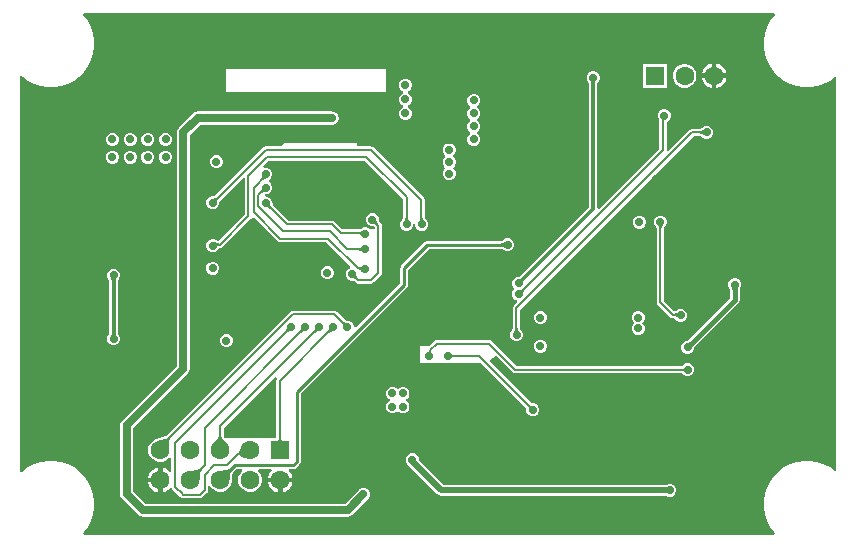
<source format=gbl>
G04*
G04 #@! TF.GenerationSoftware,Altium Limited,Altium Designer,25.4.2 (15)*
G04*
G04 Layer_Physical_Order=4*
G04 Layer_Color=16711680*
%FSLAX44Y44*%
%MOMM*%
G71*
G04*
G04 #@! TF.SameCoordinates,49B81D0F-A9A4-424D-AE8F-31BE1D99DEBE*
G04*
G04*
G04 #@! TF.FilePolarity,Positive*
G04*
G01*
G75*
%ADD11C,0.2000*%
%ADD12C,0.2500*%
%ADD13C,0.4000*%
%ADD15C,0.5000*%
%ADD78C,0.3000*%
%ADD80C,0.7000*%
%ADD91C,1.6000*%
%ADD92R,1.6000X1.6000*%
%ADD93C,0.7000*%
G36*
X642917Y444536D02*
X642159Y443778D01*
X638782Y439130D01*
X636174Y434011D01*
X634399Y428547D01*
X633500Y422873D01*
Y417127D01*
X634399Y411453D01*
X636174Y405989D01*
X638782Y400870D01*
X642159Y396222D01*
X646222Y392159D01*
X650870Y388782D01*
X655989Y386174D01*
X661453Y384399D01*
X667127Y383500D01*
X672873D01*
X678547Y384399D01*
X684011Y386174D01*
X689130Y388782D01*
X693500Y391957D01*
X695000Y391501D01*
Y58499D01*
X693500Y58043D01*
X689130Y61218D01*
X684011Y63826D01*
X678547Y65601D01*
X672873Y66500D01*
X667127D01*
X661453Y65601D01*
X655989Y63826D01*
X650870Y61218D01*
X646222Y57841D01*
X642159Y53778D01*
X638782Y49130D01*
X636174Y44011D01*
X634399Y38547D01*
X633500Y32873D01*
Y27127D01*
X634399Y21453D01*
X636174Y15989D01*
X638782Y10870D01*
X642159Y6222D01*
X642917Y5464D01*
X642343Y4078D01*
X57657Y4078D01*
X57083Y5464D01*
X57841Y6222D01*
X61218Y10870D01*
X63826Y15989D01*
X65601Y21453D01*
X66500Y27127D01*
Y32873D01*
X65601Y38547D01*
X63826Y44011D01*
X61218Y49130D01*
X57841Y53778D01*
X53778Y57841D01*
X49130Y61218D01*
X44011Y63826D01*
X38547Y65601D01*
X32873Y66500D01*
X27127D01*
X21453Y65601D01*
X15989Y63826D01*
X10870Y61218D01*
X6222Y57841D01*
X5464Y57083D01*
X4078Y57657D01*
X4078Y392343D01*
X5464Y392917D01*
X6222Y392159D01*
X10870Y388782D01*
X15989Y386174D01*
X21453Y384399D01*
X27127Y383500D01*
X32873D01*
X38547Y384399D01*
X44011Y386174D01*
X49130Y388782D01*
X53778Y392159D01*
X57841Y396222D01*
X61218Y400870D01*
X63826Y405989D01*
X65601Y411453D01*
X66500Y417127D01*
Y422873D01*
X65601Y428547D01*
X63826Y434011D01*
X61218Y439130D01*
X57841Y443778D01*
X57083Y444536D01*
X57657Y445922D01*
X642343D01*
X642917Y444536D01*
D02*
G37*
%LPC*%
G36*
X593386Y403125D02*
Y394790D01*
X601720D01*
X601170Y396843D01*
X599788Y399237D01*
X597833Y401192D01*
X595439Y402575D01*
X593386Y403125D01*
D02*
G37*
G36*
X589386D02*
X587333Y402575D01*
X584939Y401192D01*
X582984Y399237D01*
X581601Y396843D01*
X581051Y394790D01*
X589386D01*
Y403125D01*
D02*
G37*
G36*
X567702Y402790D02*
X565069D01*
X562526Y402108D01*
X560246Y400792D01*
X558384Y398930D01*
X557067Y396650D01*
X556386Y394107D01*
Y391474D01*
X557067Y388930D01*
X558384Y386650D01*
X560246Y384788D01*
X562526Y383471D01*
X565069Y382790D01*
X567702D01*
X570246Y383471D01*
X572526Y384788D01*
X574388Y386650D01*
X575704Y388930D01*
X576386Y391474D01*
Y394107D01*
X575704Y396650D01*
X574388Y398930D01*
X572526Y400792D01*
X570246Y402108D01*
X567702Y402790D01*
D02*
G37*
G36*
X551386D02*
X531386D01*
Y382790D01*
X551386D01*
Y402790D01*
D02*
G37*
G36*
X601720Y390790D02*
X593386D01*
Y382456D01*
X595439Y383006D01*
X597833Y384388D01*
X599788Y386343D01*
X601170Y388737D01*
X601720Y390790D01*
D02*
G37*
G36*
X589386D02*
X581051D01*
X581601Y388737D01*
X582984Y386343D01*
X584939Y384388D01*
X587333Y383006D01*
X589386Y382456D01*
Y390790D01*
D02*
G37*
G36*
X313500Y398500D02*
X178500D01*
Y379000D01*
X313500D01*
Y398500D01*
D02*
G37*
G36*
X331094Y390500D02*
X328906D01*
X326884Y389663D01*
X325337Y388116D01*
X324500Y386094D01*
Y383906D01*
X325337Y381884D01*
X326884Y380337D01*
X328153Y379812D01*
Y378188D01*
X326884Y377663D01*
X325337Y376115D01*
X324500Y374094D01*
Y371906D01*
X325337Y369884D01*
X326884Y368337D01*
X328153Y367812D01*
Y366188D01*
X326884Y365663D01*
X325337Y364115D01*
X324500Y362094D01*
Y359906D01*
X325337Y357884D01*
X326884Y356337D01*
X328906Y355500D01*
X331094D01*
X333116Y356337D01*
X334663Y357884D01*
X335500Y359906D01*
Y362094D01*
X334663Y364115D01*
X333116Y365663D01*
X331847Y366188D01*
Y367812D01*
X333116Y368337D01*
X334663Y369884D01*
X335500Y371906D01*
Y374094D01*
X334663Y376115D01*
X333116Y377663D01*
X331847Y378188D01*
Y379812D01*
X333116Y380337D01*
X334663Y381884D01*
X335500Y383906D01*
Y386094D01*
X334663Y388116D01*
X333116Y389663D01*
X331094Y390500D01*
D02*
G37*
G36*
X490094Y396500D02*
X487906D01*
X485885Y395663D01*
X484337Y394115D01*
X483500Y392094D01*
Y389906D01*
X484337Y387884D01*
X485431Y386790D01*
Y281478D01*
X426453Y222500D01*
X424906D01*
X422884Y221663D01*
X421337Y220116D01*
X420500Y218094D01*
Y215906D01*
X421337Y213885D01*
X422722Y212500D01*
X421337Y211115D01*
X420500Y209094D01*
Y206906D01*
X421337Y204884D01*
X422884Y203337D01*
X424303Y202750D01*
X424788Y201114D01*
X421837Y198163D01*
X421174Y197171D01*
X420941Y196000D01*
X420941Y196000D01*
Y178692D01*
X420937Y178660D01*
X420907Y178532D01*
X420862Y178391D01*
X420798Y178236D01*
X420712Y178066D01*
X420601Y177881D01*
X420464Y177683D01*
X420298Y177471D01*
X420070Y177209D01*
X420010Y177104D01*
X419520Y176616D01*
X418683Y174594D01*
Y172406D01*
X419520Y170385D01*
X421068Y168837D01*
X423089Y168000D01*
X425277D01*
X427299Y168837D01*
X428846Y170385D01*
X429683Y172406D01*
Y174594D01*
X428846Y176616D01*
X428005Y177456D01*
X427893Y177612D01*
X427657Y177834D01*
X427496Y178006D01*
X427365Y178166D01*
X427263Y178313D01*
X427186Y178447D01*
X427129Y178569D01*
X427089Y178681D01*
X427063Y178788D01*
X427059Y178813D01*
Y194733D01*
X574267Y341941D01*
X579742D01*
X579770Y341937D01*
X579888Y341909D01*
X580015Y341866D01*
X580153Y341805D01*
X580305Y341722D01*
X580471Y341615D01*
X580651Y341480D01*
X580842Y341317D01*
X581084Y341083D01*
X581238Y340984D01*
X581884Y340337D01*
X583906Y339500D01*
X586094D01*
X588116Y340337D01*
X589663Y341884D01*
X590500Y343906D01*
Y346094D01*
X589663Y348116D01*
X588116Y349663D01*
X586094Y350500D01*
X583906D01*
X581884Y349663D01*
X581237Y349016D01*
X581084Y348917D01*
X580842Y348683D01*
X580651Y348520D01*
X580471Y348385D01*
X580305Y348278D01*
X580153Y348195D01*
X580015Y348134D01*
X579888Y348091D01*
X579770Y348063D01*
X579742Y348059D01*
X573000D01*
X573000Y348059D01*
X571829Y347826D01*
X570837Y347163D01*
X570837Y347163D01*
X552541Y328867D01*
X551158Y329605D01*
X551233Y329982D01*
X551233Y329982D01*
Y353972D01*
X552116Y354337D01*
X553663Y355885D01*
X554500Y357906D01*
Y360094D01*
X553663Y362116D01*
X552116Y363663D01*
X550094Y364500D01*
X547906D01*
X545885Y363663D01*
X544337Y362116D01*
X543500Y360094D01*
Y357906D01*
X544337Y355885D01*
X545116Y355106D01*
Y331249D01*
X494069Y280202D01*
X492569Y280823D01*
Y386790D01*
X493663Y387884D01*
X494500Y389906D01*
Y392094D01*
X493663Y394115D01*
X492116Y395663D01*
X490094Y396500D01*
D02*
G37*
G36*
X389094Y377500D02*
X386906D01*
X384884Y376663D01*
X383337Y375116D01*
X382500Y373094D01*
Y370906D01*
X383337Y368885D01*
X384884Y367337D01*
X384946Y367312D01*
Y365688D01*
X384884Y365663D01*
X383337Y364115D01*
X382500Y362094D01*
Y359906D01*
X383337Y357884D01*
X384884Y356337D01*
X384946Y356312D01*
Y354688D01*
X384884Y354663D01*
X383337Y353116D01*
X382500Y351094D01*
Y348906D01*
X383337Y346884D01*
X384884Y345337D01*
X384946Y345312D01*
Y343688D01*
X384884Y343663D01*
X383337Y342116D01*
X382500Y340094D01*
Y337906D01*
X383337Y335885D01*
X384884Y334337D01*
X386906Y333500D01*
X389094D01*
X391115Y334337D01*
X392663Y335885D01*
X393500Y337906D01*
Y340094D01*
X392663Y342116D01*
X391115Y343663D01*
X391054Y343688D01*
Y345312D01*
X391115Y345337D01*
X392663Y346884D01*
X393500Y348906D01*
Y351094D01*
X392663Y353116D01*
X391115Y354663D01*
X391054Y354688D01*
Y356312D01*
X391115Y356337D01*
X392663Y357884D01*
X393500Y359906D01*
Y362094D01*
X392663Y364115D01*
X391115Y365663D01*
X391054Y365688D01*
Y367312D01*
X391115Y367337D01*
X392663Y368885D01*
X393500Y370906D01*
Y373094D01*
X392663Y375116D01*
X391115Y376663D01*
X389094Y377500D01*
D02*
G37*
G36*
X128094Y344500D02*
X125906D01*
X123884Y343663D01*
X122337Y342116D01*
X121500Y340094D01*
Y337906D01*
X122337Y335885D01*
X123884Y334337D01*
X125906Y333500D01*
X128094D01*
X130115Y334337D01*
X131663Y335885D01*
X132500Y337906D01*
Y340094D01*
X131663Y342116D01*
X130115Y343663D01*
X128094Y344500D01*
D02*
G37*
G36*
X113094D02*
X110906D01*
X108884Y343663D01*
X107337Y342116D01*
X106500Y340094D01*
Y337906D01*
X107337Y335885D01*
X108884Y334337D01*
X110906Y333500D01*
X113094D01*
X115115Y334337D01*
X116663Y335885D01*
X117500Y337906D01*
Y340094D01*
X116663Y342116D01*
X115115Y343663D01*
X113094Y344500D01*
D02*
G37*
G36*
X98094D02*
X95906D01*
X93884Y343663D01*
X92337Y342116D01*
X91500Y340094D01*
Y337906D01*
X92337Y335885D01*
X93884Y334337D01*
X95906Y333500D01*
X98094D01*
X100115Y334337D01*
X101663Y335885D01*
X102500Y337906D01*
Y340094D01*
X101663Y342116D01*
X100115Y343663D01*
X98094Y344500D01*
D02*
G37*
G36*
X83094D02*
X80906D01*
X78885Y343663D01*
X77337Y342116D01*
X76500Y340094D01*
Y337906D01*
X77337Y335885D01*
X78885Y334337D01*
X80906Y333500D01*
X83094D01*
X85115Y334337D01*
X86663Y335885D01*
X87500Y337906D01*
Y340094D01*
X86663Y342116D01*
X85115Y343663D01*
X83094Y344500D01*
D02*
G37*
G36*
X289000Y336000D02*
X228267Y335941D01*
X227941D01*
X225059Y333059D01*
X211636D01*
X211636Y333059D01*
X210466Y332826D01*
X209473Y332163D01*
X168556Y291245D01*
X168532Y291227D01*
X168429Y291165D01*
X168309Y291105D01*
X168168Y291050D01*
X168002Y291001D01*
X167809Y290960D01*
X167587Y290928D01*
X167336Y290909D01*
X166999Y290903D01*
X166821Y290864D01*
X165906D01*
X163885Y290027D01*
X162337Y288479D01*
X161500Y286458D01*
Y284270D01*
X162337Y282248D01*
X163885Y280701D01*
X165906Y279864D01*
X168094D01*
X170116Y280701D01*
X171663Y282248D01*
X172500Y284270D01*
Y285185D01*
X172539Y285363D01*
X172545Y285700D01*
X172564Y285951D01*
X172596Y286173D01*
X172637Y286366D01*
X172687Y286532D01*
X172741Y286673D01*
X172801Y286793D01*
X172864Y286896D01*
X172881Y286919D01*
X192555Y306594D01*
X193941Y306020D01*
Y275267D01*
X171698Y253024D01*
X171584Y253045D01*
X171115Y253173D01*
X170940Y253236D01*
X170202Y253576D01*
X170116Y253663D01*
X168094Y254500D01*
X165906D01*
X163885Y253663D01*
X162337Y252115D01*
X161500Y250094D01*
Y247906D01*
X162337Y245884D01*
X163885Y244337D01*
X165906Y243500D01*
X168094D01*
X170116Y244337D01*
X171663Y245884D01*
X171832Y246293D01*
X171964Y246515D01*
X172055Y246640D01*
X172135Y246731D01*
X172201Y246792D01*
X172256Y246832D01*
X172304Y246859D01*
X172353Y246880D01*
X172413Y246897D01*
X172422Y246898D01*
X172957D01*
X172957Y246898D01*
X174127Y247131D01*
X175120Y247794D01*
X199163Y271837D01*
X199163Y271837D01*
X199785Y272768D01*
X199844Y272834D01*
X201437Y273238D01*
X221837Y252837D01*
X221837Y252837D01*
X222829Y252174D01*
X224000Y251941D01*
X224000Y251941D01*
X262925D01*
X283084Y231783D01*
X282732Y230014D01*
X281884Y229663D01*
X280337Y228116D01*
X279500Y226094D01*
Y223906D01*
X280337Y221884D01*
X281884Y220337D01*
X283906Y219500D01*
X284821D01*
X284999Y219461D01*
X285336Y219455D01*
X285587Y219436D01*
X285809Y219404D01*
X286002Y219363D01*
X286168Y219313D01*
X286309Y219259D01*
X286429Y219199D01*
X286532Y219136D01*
X286556Y219119D01*
X287837Y217837D01*
X287837Y217837D01*
X288829Y217174D01*
X290000Y216941D01*
X300882D01*
X300882Y216941D01*
X302053Y217174D01*
X303045Y217837D01*
X309163Y223955D01*
X309163Y223955D01*
X309826Y224947D01*
X310059Y226117D01*
X310059Y226118D01*
Y266000D01*
X310059Y266000D01*
X309826Y267171D01*
X309163Y268163D01*
X307881Y269445D01*
X307864Y269468D01*
X307801Y269571D01*
X307741Y269691D01*
X307687Y269832D01*
X307637Y269998D01*
X307596Y270191D01*
X307564Y270413D01*
X307545Y270664D01*
X307539Y271001D01*
X307500Y271179D01*
Y272094D01*
X306663Y274116D01*
X305116Y275663D01*
X303094Y276500D01*
X300906D01*
X298885Y275663D01*
X297337Y274116D01*
X296500Y272094D01*
Y269906D01*
X297337Y267885D01*
X298885Y266337D01*
X300906Y265500D01*
X301821D01*
X301999Y265461D01*
X302336Y265455D01*
X302587Y265436D01*
X302809Y265404D01*
X303002Y265363D01*
X303168Y265313D01*
X303309Y265259D01*
X303429Y265199D01*
X303532Y265136D01*
X303556Y265119D01*
X303941Y264733D01*
Y263000D01*
X299778D01*
X299116Y263663D01*
X297094Y264500D01*
X294906D01*
X292885Y263663D01*
X292711Y263489D01*
X292506Y263376D01*
X291949Y263115D01*
X291742Y263035D01*
X291633Y263000D01*
X276865D01*
X276749Y262884D01*
X270471Y269163D01*
X269478Y269826D01*
X268308Y270059D01*
X268307Y270059D01*
X231267D01*
X217881Y283444D01*
X217864Y283468D01*
X217801Y283571D01*
X217741Y283691D01*
X217687Y283832D01*
X217637Y283998D01*
X217596Y284191D01*
X217564Y284413D01*
X217545Y284664D01*
X217539Y285001D01*
X217500Y285179D01*
Y286094D01*
X216663Y288116D01*
X215116Y289663D01*
X213094Y290500D01*
X211944D01*
X211697Y290654D01*
X211593Y290742D01*
X211564Y290775D01*
X211111Y292000D01*
X211413Y292436D01*
X211664Y292455D01*
X212001Y292461D01*
X212179Y292500D01*
X213094D01*
X215116Y293337D01*
X216663Y294884D01*
X217500Y296906D01*
Y299094D01*
X216663Y301115D01*
X215116Y302663D01*
X214359Y302976D01*
Y304599D01*
X215116Y304913D01*
X216663Y306460D01*
X217500Y308481D01*
Y310669D01*
X216663Y312691D01*
X215116Y314238D01*
X213094Y315075D01*
X210906D01*
X210251Y314804D01*
X209402Y316076D01*
X214267Y320941D01*
X295733D01*
X327941Y288733D01*
Y272258D01*
X327937Y272230D01*
X327909Y272112D01*
X327866Y271985D01*
X327805Y271847D01*
X327722Y271695D01*
X327615Y271529D01*
X327481Y271349D01*
X327317Y271158D01*
X327083Y270916D01*
X326984Y270762D01*
X326337Y270116D01*
X325500Y268094D01*
Y265906D01*
X326337Y263885D01*
X327884Y262337D01*
X329906Y261500D01*
X332094D01*
X334115Y262337D01*
X335663Y263885D01*
X336500Y265906D01*
Y267000D01*
X338500D01*
Y265906D01*
X339337Y263885D01*
X340885Y262337D01*
X342906Y261500D01*
X345094D01*
X347116Y262337D01*
X348663Y263885D01*
X349500Y265906D01*
Y268094D01*
X348663Y270116D01*
X347116Y271663D01*
X346971Y271723D01*
X346938Y271752D01*
X346820Y271879D01*
X346730Y271993D01*
X346665Y272096D01*
X346618Y272188D01*
X346585Y272275D01*
X346562Y272362D01*
X346559Y272381D01*
Y287500D01*
X346559Y287500D01*
X346326Y288671D01*
X345663Y289663D01*
X345663Y289663D01*
X303163Y332163D01*
X302171Y332826D01*
X301000Y333059D01*
X301000Y333059D01*
X289000D01*
Y336000D01*
D02*
G37*
G36*
X128094Y329500D02*
X125906D01*
X123884Y328663D01*
X122337Y327116D01*
X121500Y325094D01*
Y322906D01*
X122337Y320885D01*
X123884Y319337D01*
X125906Y318500D01*
X128094D01*
X130115Y319337D01*
X131663Y320885D01*
X132500Y322906D01*
Y325094D01*
X131663Y327116D01*
X130115Y328663D01*
X128094Y329500D01*
D02*
G37*
G36*
X113094D02*
X110906D01*
X108884Y328663D01*
X107337Y327116D01*
X106500Y325094D01*
Y322906D01*
X107337Y320885D01*
X108884Y319337D01*
X110906Y318500D01*
X113094D01*
X115115Y319337D01*
X116663Y320885D01*
X117500Y322906D01*
Y325094D01*
X116663Y327116D01*
X115115Y328663D01*
X113094Y329500D01*
D02*
G37*
G36*
X98094D02*
X95906D01*
X93884Y328663D01*
X92337Y327116D01*
X91500Y325094D01*
Y322906D01*
X92337Y320885D01*
X93884Y319337D01*
X95906Y318500D01*
X98094D01*
X100115Y319337D01*
X101663Y320885D01*
X102500Y322906D01*
Y325094D01*
X101663Y327116D01*
X100115Y328663D01*
X98094Y329500D01*
D02*
G37*
G36*
X83094D02*
X80906D01*
X78885Y328663D01*
X77337Y327116D01*
X76500Y325094D01*
Y322906D01*
X77337Y320885D01*
X78885Y319337D01*
X80906Y318500D01*
X83094D01*
X85115Y319337D01*
X86663Y320885D01*
X87500Y322906D01*
Y325094D01*
X86663Y327116D01*
X85115Y328663D01*
X83094Y329500D01*
D02*
G37*
G36*
X171094Y325500D02*
X168906D01*
X166884Y324663D01*
X165337Y323116D01*
X164500Y321094D01*
Y318906D01*
X165337Y316884D01*
X166884Y315337D01*
X168906Y314500D01*
X171094D01*
X173116Y315337D01*
X174663Y316884D01*
X175500Y318906D01*
Y321094D01*
X174663Y323116D01*
X173116Y324663D01*
X171094Y325500D01*
D02*
G37*
G36*
X368094Y335500D02*
X365906D01*
X363885Y334663D01*
X362337Y333116D01*
X361500Y331094D01*
Y328906D01*
X362337Y326884D01*
X363390Y325832D01*
X363723Y324875D01*
X363390Y323918D01*
X362337Y322865D01*
X361500Y320844D01*
Y318656D01*
X362337Y316635D01*
X363117Y315855D01*
X363748Y314875D01*
X363117Y313895D01*
X362337Y313116D01*
X361500Y311094D01*
Y308906D01*
X362337Y306884D01*
X363885Y305337D01*
X365906Y304500D01*
X368094D01*
X370116Y305337D01*
X371663Y306884D01*
X372500Y308906D01*
Y311094D01*
X371663Y313116D01*
X370883Y313895D01*
X370252Y314875D01*
X370883Y315855D01*
X371663Y316635D01*
X372500Y318656D01*
Y320844D01*
X371663Y322865D01*
X370610Y323918D01*
X370277Y324875D01*
X370610Y325832D01*
X371663Y326884D01*
X372500Y328906D01*
Y331094D01*
X371663Y333116D01*
X370116Y334663D01*
X368094Y335500D01*
D02*
G37*
G36*
X529094Y274500D02*
X526906D01*
X524884Y273663D01*
X523337Y272115D01*
X522500Y270094D01*
Y267906D01*
X523337Y265884D01*
X524884Y264337D01*
X526906Y263500D01*
X529094D01*
X531115Y264337D01*
X532663Y265884D01*
X533500Y267906D01*
Y270094D01*
X532663Y272115D01*
X531115Y273663D01*
X529094Y274500D01*
D02*
G37*
G36*
X417750Y255156D02*
X415562D01*
X413540Y254318D01*
X412900Y253678D01*
X412753Y253585D01*
X412569Y253411D01*
X412441Y253307D01*
X412315Y253220D01*
X412190Y253148D01*
X412063Y253089D01*
X411931Y253040D01*
X411790Y253001D01*
X411638Y252971D01*
X411619Y252969D01*
X348656D01*
X347388Y252717D01*
X346312Y251999D01*
X326657Y232343D01*
X325939Y231268D01*
X325686Y230000D01*
Y217373D01*
X288000Y179686D01*
X286500Y180308D01*
Y181094D01*
X285663Y183116D01*
X284116Y184663D01*
X282094Y185500D01*
X281179D01*
X281001Y185539D01*
X280664Y185545D01*
X280413Y185564D01*
X280191Y185596D01*
X279998Y185637D01*
X279832Y185687D01*
X279691Y185741D01*
X279571Y185801D01*
X279468Y185864D01*
X279445Y185881D01*
X272163Y193163D01*
X271171Y193826D01*
X270000Y194059D01*
X270000Y194059D01*
X234808D01*
X233637Y193826D01*
X232645Y193163D01*
X232645Y193163D01*
X127568Y88086D01*
X127350Y87952D01*
X126943Y87751D01*
X126440Y87542D01*
X121502Y86097D01*
X120184Y85792D01*
X120181Y85790D01*
X120178Y85790D01*
X120003Y85710D01*
X118540Y85318D01*
X116260Y84002D01*
X114398Y82140D01*
X113082Y79860D01*
X112400Y77316D01*
Y74683D01*
X113082Y72140D01*
X114398Y69860D01*
X116260Y67998D01*
X118540Y66681D01*
X121083Y66000D01*
X123716D01*
X126260Y66681D01*
X128540Y67998D01*
X130402Y69860D01*
X130441Y69928D01*
X131941Y69526D01*
Y57918D01*
X130441Y57408D01*
X128847Y59002D01*
X126453Y60384D01*
X124400Y60935D01*
Y50600D01*
Y40265D01*
X126453Y40816D01*
X128847Y42198D01*
X130617Y43968D01*
X131662Y43881D01*
X132267Y43690D01*
X132837Y42837D01*
X132837Y42837D01*
X139186Y36488D01*
X139772Y35902D01*
X139772Y35902D01*
X140765Y35239D01*
X141935Y35006D01*
X156065D01*
X156065Y35006D01*
X157235Y35239D01*
X158228Y35902D01*
X162163Y39837D01*
X162163Y39837D01*
X162826Y40830D01*
X163059Y42000D01*
X163059Y42000D01*
Y45165D01*
X164559Y45567D01*
X165198Y44460D01*
X167060Y42598D01*
X169340Y41281D01*
X171884Y40600D01*
X174517D01*
X177060Y41281D01*
X179340Y42598D01*
X181202Y44460D01*
X182519Y46740D01*
X183200Y49283D01*
Y50673D01*
X183235Y50864D01*
X183222Y51970D01*
X183314Y53919D01*
X183410Y54702D01*
X183541Y55408D01*
X183699Y56008D01*
X183875Y56503D01*
X184061Y56891D01*
X184243Y57178D01*
X184262Y57200D01*
X186748Y59686D01*
X191457D01*
X192044Y58186D01*
X190598Y56740D01*
X189282Y54460D01*
X188600Y51916D01*
Y49283D01*
X189282Y46740D01*
X190598Y44460D01*
X192460Y42598D01*
X194740Y41281D01*
X197283Y40600D01*
X199916D01*
X202460Y41281D01*
X204740Y42598D01*
X206602Y44460D01*
X207918Y46740D01*
X208600Y49283D01*
Y51916D01*
X207918Y54460D01*
X206602Y56740D01*
X205156Y58186D01*
X205744Y59686D01*
X216116D01*
X216737Y58186D01*
X215598Y57047D01*
X214216Y54653D01*
X213666Y52600D01*
X234335D01*
X233784Y54653D01*
X232402Y57047D01*
X231263Y58186D01*
X231884Y59686D01*
X235000D01*
X236268Y59939D01*
X237343Y60657D01*
X240343Y63657D01*
X241061Y64732D01*
X241314Y66000D01*
Y123628D01*
X331343Y213657D01*
X332061Y214732D01*
X332314Y216000D01*
Y228627D01*
X350028Y246342D01*
X411619D01*
X411638Y246340D01*
X411790Y246311D01*
X411931Y246271D01*
X412063Y246223D01*
X412190Y246163D01*
X412315Y246091D01*
X412441Y246005D01*
X412569Y245901D01*
X412753Y245726D01*
X412900Y245634D01*
X413540Y244993D01*
X415562Y244156D01*
X417750D01*
X419771Y244993D01*
X421318Y246540D01*
X422156Y248562D01*
Y250750D01*
X421318Y252771D01*
X419771Y254318D01*
X417750Y255156D01*
D02*
G37*
G36*
X168094Y235500D02*
X165906D01*
X163885Y234663D01*
X162337Y233116D01*
X161500Y231094D01*
Y228906D01*
X162337Y226884D01*
X163885Y225337D01*
X165906Y224500D01*
X168094D01*
X170116Y225337D01*
X171663Y226884D01*
X172500Y228906D01*
Y231094D01*
X171663Y233116D01*
X170116Y234663D01*
X168094Y235500D01*
D02*
G37*
G36*
X265094Y231500D02*
X262906D01*
X260884Y230663D01*
X259337Y229116D01*
X258500Y227094D01*
Y224906D01*
X259337Y222885D01*
X260884Y221337D01*
X262906Y220500D01*
X265094D01*
X267115Y221337D01*
X268663Y222885D01*
X269500Y224906D01*
Y227094D01*
X268663Y229116D01*
X267115Y230663D01*
X265094Y231500D01*
D02*
G37*
G36*
X547094Y274500D02*
X544906D01*
X542884Y273663D01*
X541337Y272115D01*
X540500Y270094D01*
Y267906D01*
X541337Y265884D01*
X541984Y265238D01*
X542083Y265084D01*
X542317Y264842D01*
X542480Y264651D01*
X542615Y264471D01*
X542722Y264305D01*
X542805Y264153D01*
X542866Y264015D01*
X542909Y263888D01*
X542937Y263770D01*
X542941Y263741D01*
Y201000D01*
X542941Y201000D01*
X543174Y199829D01*
X543837Y198837D01*
X554337Y188337D01*
X554337Y188337D01*
X555329Y187674D01*
X556500Y187441D01*
X557619D01*
X557637Y187438D01*
X557725Y187415D01*
X557812Y187382D01*
X557904Y187335D01*
X558007Y187270D01*
X558121Y187180D01*
X558247Y187062D01*
X558277Y187029D01*
X558337Y186884D01*
X559884Y185337D01*
X561906Y184500D01*
X564094D01*
X566115Y185337D01*
X567663Y186884D01*
X568500Y188906D01*
Y191094D01*
X567663Y193116D01*
X566115Y194663D01*
X564094Y195500D01*
X561906D01*
X559884Y194663D01*
X559600Y194378D01*
X559110Y194037D01*
X558898Y193911D01*
X558681Y193799D01*
X558482Y193710D01*
X558300Y193642D01*
X558135Y193594D01*
X557988Y193563D01*
X557953Y193559D01*
X557767D01*
X549059Y202267D01*
Y263741D01*
X549063Y263770D01*
X549091Y263888D01*
X549134Y264015D01*
X549195Y264153D01*
X549278Y264305D01*
X549385Y264471D01*
X549520Y264651D01*
X549683Y264842D01*
X549917Y265084D01*
X550016Y265238D01*
X550663Y265884D01*
X551500Y267906D01*
Y270094D01*
X550663Y272115D01*
X549115Y273663D01*
X547094Y274500D01*
D02*
G37*
G36*
X445277Y193500D02*
X443089D01*
X441068Y192663D01*
X439521Y191115D01*
X438683Y189094D01*
Y186906D01*
X439521Y184884D01*
X441068Y183337D01*
X443089Y182500D01*
X445277D01*
X447299Y183337D01*
X448846Y184884D01*
X449683Y186906D01*
Y189094D01*
X448846Y191115D01*
X447299Y192663D01*
X445277Y193500D01*
D02*
G37*
G36*
X528094D02*
X525906D01*
X523885Y192663D01*
X522337Y191115D01*
X521500Y189094D01*
Y186906D01*
X522337Y184884D01*
X523722Y183500D01*
X522337Y182115D01*
X521500Y180094D01*
Y177906D01*
X522337Y175884D01*
X523885Y174337D01*
X525906Y173500D01*
X528094D01*
X530116Y174337D01*
X531663Y175884D01*
X532500Y177906D01*
Y180094D01*
X531663Y182115D01*
X530278Y183500D01*
X531663Y184884D01*
X532500Y186906D01*
Y189094D01*
X531663Y191115D01*
X530116Y192663D01*
X528094Y193500D01*
D02*
G37*
G36*
X401000Y169059D02*
X401000Y169059D01*
X356674D01*
X356674Y169059D01*
X355504Y168826D01*
X354511Y168163D01*
X350349Y164000D01*
X342000D01*
Y156000D01*
Y150000D01*
X393674D01*
X432523Y111151D01*
X432500Y111094D01*
Y108906D01*
X433337Y106884D01*
X434884Y105337D01*
X436906Y104500D01*
X439094D01*
X441115Y105337D01*
X442663Y106884D01*
X443500Y108906D01*
Y111094D01*
X442663Y113116D01*
X441115Y114663D01*
X439094Y115500D01*
X436906D01*
X436849Y115477D01*
X401763Y150563D01*
X401861Y152060D01*
X406816Y155859D01*
X420837Y141837D01*
X420837Y141837D01*
X421829Y141174D01*
X423000Y140941D01*
X423000Y140941D01*
X564314D01*
X564337Y140885D01*
X565885Y139337D01*
X567906Y138500D01*
X570094D01*
X572116Y139337D01*
X573663Y140885D01*
X574500Y142906D01*
Y145094D01*
X573663Y147115D01*
X572116Y148663D01*
X570094Y149500D01*
X567906D01*
X565885Y148663D01*
X564337Y147115D01*
X564314Y147059D01*
X424267D01*
X403163Y168163D01*
X402170Y168826D01*
X401000Y169059D01*
D02*
G37*
G36*
X84094Y229500D02*
X81906D01*
X79885Y228663D01*
X78337Y227115D01*
X77500Y225094D01*
Y222906D01*
X78337Y220884D01*
X78969Y220253D01*
X79053Y220116D01*
X79165Y219995D01*
X79207Y219939D01*
X79249Y219871D01*
X79291Y219786D01*
X79333Y219679D01*
X79373Y219547D01*
X79408Y219388D01*
X79431Y219226D01*
Y174774D01*
X79408Y174612D01*
X79373Y174453D01*
X79333Y174321D01*
X79291Y174214D01*
X79249Y174129D01*
X79207Y174061D01*
X79165Y174006D01*
X79053Y173884D01*
X78969Y173747D01*
X78337Y173116D01*
X77500Y171094D01*
Y168906D01*
X78337Y166884D01*
X79885Y165337D01*
X81906Y164500D01*
X84094D01*
X86116Y165337D01*
X87663Y166884D01*
X88500Y168906D01*
Y171094D01*
X87663Y173116D01*
X87031Y173747D01*
X86947Y173884D01*
X86835Y174006D01*
X86793Y174061D01*
X86751Y174129D01*
X86709Y174214D01*
X86667Y174321D01*
X86627Y174453D01*
X86593Y174612D01*
X86569Y174774D01*
Y219226D01*
X86593Y219388D01*
X86627Y219547D01*
X86667Y219679D01*
X86709Y219786D01*
X86751Y219871D01*
X86793Y219939D01*
X86835Y219994D01*
X86947Y220116D01*
X87031Y220253D01*
X87663Y220884D01*
X88500Y222906D01*
Y225094D01*
X87663Y227115D01*
X86116Y228663D01*
X84094Y229500D01*
D02*
G37*
G36*
X179458Y174136D02*
X177270D01*
X175249Y173299D01*
X173701Y171751D01*
X172864Y169730D01*
Y167542D01*
X173701Y165520D01*
X175249Y163973D01*
X177270Y163136D01*
X179458D01*
X181479Y163973D01*
X183027Y165520D01*
X183864Y167542D01*
Y169730D01*
X183027Y171751D01*
X181479Y173299D01*
X179458Y174136D01*
D02*
G37*
G36*
X445277Y169500D02*
X443089D01*
X441068Y168663D01*
X439521Y167115D01*
X438683Y165094D01*
Y162906D01*
X439521Y160884D01*
X441068Y159337D01*
X443089Y158500D01*
X445277D01*
X447299Y159337D01*
X448846Y160884D01*
X449683Y162906D01*
Y165094D01*
X448846Y167115D01*
X447299Y168663D01*
X445277Y169500D01*
D02*
G37*
G36*
X610094Y221500D02*
X607906D01*
X605885Y220663D01*
X604337Y219116D01*
X603500Y217094D01*
Y214906D01*
X604337Y212885D01*
X604868Y212354D01*
X604881Y212293D01*
X604899Y212173D01*
X604922Y211852D01*
Y204689D01*
X568993Y168760D01*
X568821Y168616D01*
X568709Y168534D01*
X568657Y168500D01*
X567906D01*
X565885Y167663D01*
X564337Y166115D01*
X563500Y164094D01*
Y161906D01*
X564337Y159885D01*
X565885Y158337D01*
X567906Y157500D01*
X570094D01*
X572116Y158337D01*
X573663Y159885D01*
X574500Y161906D01*
Y162656D01*
X574534Y162709D01*
X574606Y162807D01*
X574817Y163050D01*
X611884Y200116D01*
X611884Y200116D01*
X612768Y201439D01*
X613078Y203000D01*
X613078Y203000D01*
Y211932D01*
X613098Y212155D01*
X613119Y212293D01*
X613132Y212354D01*
X613663Y212885D01*
X614500Y214906D01*
Y217094D01*
X613663Y219116D01*
X612116Y220663D01*
X610094Y221500D01*
D02*
G37*
G36*
X329094Y129500D02*
X326906D01*
X324884Y128663D01*
X323500Y127278D01*
X322116Y128663D01*
X320094Y129500D01*
X317906D01*
X315884Y128663D01*
X314337Y127115D01*
X313500Y125094D01*
Y122906D01*
X314337Y120885D01*
X315884Y119337D01*
X316600Y119041D01*
Y117418D01*
X315884Y117121D01*
X314337Y115574D01*
X313500Y113553D01*
Y111365D01*
X314337Y109343D01*
X315884Y107796D01*
X317906Y106959D01*
X320094D01*
X322116Y107796D01*
X323500Y109181D01*
X324884Y107796D01*
X326906Y106959D01*
X329094D01*
X331115Y107796D01*
X332663Y109343D01*
X333500Y111365D01*
Y113553D01*
X332663Y115574D01*
X331115Y117121D01*
X330401Y117418D01*
Y119041D01*
X331115Y119337D01*
X332663Y120885D01*
X333500Y122906D01*
Y125094D01*
X332663Y127115D01*
X331115Y128663D01*
X329094Y129500D01*
D02*
G37*
G36*
X120400Y60935D02*
X118347Y60384D01*
X115953Y59002D01*
X113998Y57047D01*
X112616Y54653D01*
X112065Y52600D01*
X120400D01*
Y60935D01*
D02*
G37*
G36*
X234335Y48600D02*
X226000D01*
Y40265D01*
X228053Y40816D01*
X230447Y42198D01*
X232402Y44153D01*
X233784Y46547D01*
X234335Y48600D01*
D02*
G37*
G36*
X222000D02*
X213666D01*
X214216Y46547D01*
X215598Y44153D01*
X217553Y42198D01*
X219947Y40816D01*
X222000Y40265D01*
Y48600D01*
D02*
G37*
G36*
X120400D02*
X112065D01*
X112616Y46547D01*
X113998Y44153D01*
X115953Y42198D01*
X118347Y40816D01*
X120400Y40265D01*
Y48600D01*
D02*
G37*
G36*
X336969Y73375D02*
X334781D01*
X332760Y72538D01*
X331212Y70991D01*
X330670Y69682D01*
X330636Y69631D01*
X330624Y69570D01*
X330375Y68969D01*
Y68318D01*
X330287Y67875D01*
Y67334D01*
X330375Y66891D01*
Y66781D01*
X330417Y66680D01*
X330636Y65578D01*
X331631Y64089D01*
X356964Y38756D01*
X358453Y37761D01*
X360209Y37412D01*
X550810D01*
X550885Y37337D01*
X552906Y36500D01*
X555094D01*
X557116Y37337D01*
X558663Y38884D01*
X559500Y40906D01*
Y43094D01*
X558663Y45115D01*
X557116Y46663D01*
X555094Y47500D01*
X552906D01*
X550885Y46663D01*
X550810Y46588D01*
X362109D01*
X341375Y67322D01*
Y68969D01*
X340538Y70991D01*
X338991Y72538D01*
X336969Y73375D01*
D02*
G37*
G36*
X268000Y362608D02*
X154101D01*
X151954Y362181D01*
X150135Y360965D01*
X138035Y348865D01*
X136819Y347046D01*
X136392Y344899D01*
Y147323D01*
X90035Y100965D01*
X88819Y99146D01*
X88392Y97000D01*
Y39000D01*
X88819Y36854D01*
X90035Y35035D01*
X104035Y21035D01*
X105854Y19819D01*
X108000Y19392D01*
X281042D01*
X283188Y19819D01*
X285007Y21035D01*
X298507Y34535D01*
X298814Y34994D01*
X299204Y35385D01*
X299416Y35895D01*
X299722Y36354D01*
X299830Y36896D01*
X300042Y37406D01*
Y37958D01*
X300149Y38500D01*
X300042Y39042D01*
Y39594D01*
X299830Y40104D01*
X299722Y40646D01*
X299416Y41105D01*
X299204Y41616D01*
X298814Y42006D01*
X298507Y42465D01*
X298048Y42772D01*
X297657Y43163D01*
X297147Y43374D01*
X296688Y43681D01*
X296146Y43789D01*
X295636Y44000D01*
X295083D01*
X294542Y44108D01*
X294000Y44000D01*
X293448D01*
X292937Y43789D01*
X292396Y43681D01*
X291936Y43374D01*
X291426Y43163D01*
X291036Y42772D01*
X290576Y42465D01*
X278719Y30608D01*
X110323D01*
X99608Y41323D01*
Y94677D01*
X145965Y141035D01*
X147181Y142854D01*
X147608Y145000D01*
Y342577D01*
X156423Y351392D01*
X268000D01*
X268542Y351500D01*
X269094D01*
X269604Y351711D01*
X270146Y351819D01*
X270605Y352126D01*
X271115Y352337D01*
X271506Y352728D01*
X271965Y353035D01*
X272272Y353494D01*
X272663Y353885D01*
X272874Y354395D01*
X273181Y354854D01*
X273289Y355396D01*
X273500Y355906D01*
Y356458D01*
X273608Y357000D01*
X273500Y357542D01*
Y358094D01*
X273289Y358604D01*
X273181Y359146D01*
X272874Y359605D01*
X272663Y360116D01*
X272272Y360506D01*
X271965Y360965D01*
X271506Y361272D01*
X271115Y361663D01*
X270605Y361874D01*
X270146Y362181D01*
X269604Y362289D01*
X269094Y362500D01*
X268542D01*
X268000Y362608D01*
D02*
G37*
%LPD*%
G36*
X582500Y342550D02*
X582215Y342826D01*
X581927Y343072D01*
X581638Y343289D01*
X581345Y343478D01*
X581051Y343638D01*
X580755Y343768D01*
X580456Y343870D01*
X580155Y343942D01*
X579851Y343985D01*
X579546Y344000D01*
Y346000D01*
X579851Y346015D01*
X580155Y346058D01*
X580456Y346130D01*
X580755Y346232D01*
X581051Y346362D01*
X581345Y346522D01*
X581638Y346711D01*
X581927Y346928D01*
X582215Y347174D01*
X582500Y347450D01*
Y342550D01*
D02*
G37*
G36*
X430629Y211022D02*
X430425Y210798D01*
X430241Y210555D01*
X430077Y210292D01*
X429934Y210009D01*
X429811Y209706D01*
X429708Y209384D01*
X429625Y209042D01*
X429563Y208681D01*
X429520Y208300D01*
X429499Y207899D01*
X426171Y211496D01*
X426563Y211488D01*
X426937Y211504D01*
X427292Y211544D01*
X427630Y211609D01*
X427949Y211696D01*
X428250Y211808D01*
X428533Y211944D01*
X428797Y212103D01*
X429044Y212287D01*
X429272Y212494D01*
X430629Y211022D01*
D02*
G37*
G36*
X425015Y178694D02*
X425060Y178390D01*
X425135Y178091D01*
X425240Y177796D01*
X425375Y177505D01*
X425540Y177220D01*
X425734Y176939D01*
X425959Y176663D01*
X426214Y176391D01*
X426499Y176124D01*
X421606Y175868D01*
X421871Y176171D01*
X422108Y176474D01*
X422317Y176778D01*
X422498Y177080D01*
X422651Y177383D01*
X422777Y177686D01*
X422874Y177988D01*
X422944Y178290D01*
X422986Y178592D01*
X423000Y178894D01*
X425000Y179003D01*
X425015Y178694D01*
D02*
G37*
G36*
X212659Y306138D02*
X212249Y306051D01*
X211495Y305841D01*
X211151Y305718D01*
X210829Y305583D01*
X210528Y305436D01*
X210250Y305277D01*
X209994Y305106D01*
X209759Y304922D01*
X209547Y304727D01*
X207833Y305842D01*
X208046Y306077D01*
X208228Y306327D01*
X208379Y306591D01*
X208499Y306870D01*
X208589Y307163D01*
X208648Y307471D01*
X208676Y307793D01*
X208674Y308130D01*
X208640Y308482D01*
X208577Y308847D01*
X212659Y306138D01*
D02*
G37*
G36*
X211965Y294500D02*
X211568Y294493D01*
X211191Y294464D01*
X210832Y294413D01*
X210492Y294340D01*
X210171Y294244D01*
X209869Y294127D01*
X209586Y293987D01*
X209322Y293826D01*
X209077Y293642D01*
X208850Y293436D01*
X207436Y294851D01*
X207642Y295077D01*
X207826Y295322D01*
X207987Y295586D01*
X208127Y295869D01*
X208244Y296171D01*
X208340Y296492D01*
X208413Y296832D01*
X208464Y297191D01*
X208493Y297568D01*
X208500Y297965D01*
X211965Y294500D01*
D02*
G37*
G36*
X171564Y288514D02*
X171358Y288287D01*
X171174Y288042D01*
X171013Y287778D01*
X170873Y287495D01*
X170756Y287193D01*
X170660Y286872D01*
X170587Y286532D01*
X170536Y286173D01*
X170507Y285795D01*
X170500Y285399D01*
X167035Y288864D01*
X167432Y288871D01*
X167809Y288900D01*
X168168Y288951D01*
X168508Y289024D01*
X168829Y289120D01*
X169131Y289237D01*
X169414Y289377D01*
X169678Y289538D01*
X169923Y289722D01*
X170149Y289928D01*
X171564Y288514D01*
D02*
G37*
G36*
X215507Y284568D02*
X215536Y284191D01*
X215587Y283832D01*
X215660Y283492D01*
X215756Y283171D01*
X215873Y282869D01*
X216013Y282586D01*
X216174Y282322D01*
X216358Y282077D01*
X216564Y281850D01*
X215149Y280436D01*
X214923Y280642D01*
X214678Y280826D01*
X214414Y280987D01*
X214131Y281127D01*
X213829Y281244D01*
X213508Y281340D01*
X213168Y281413D01*
X212809Y281464D01*
X212432Y281493D01*
X212035Y281500D01*
X215500Y284965D01*
X215507Y284568D01*
D02*
G37*
G36*
X332015Y272149D02*
X332058Y271845D01*
X332131Y271544D01*
X332232Y271245D01*
X332363Y270949D01*
X332522Y270654D01*
X332710Y270362D01*
X332928Y270072D01*
X333175Y269785D01*
X333450Y269499D01*
X328550D01*
X328825Y269785D01*
X329072Y270072D01*
X329290Y270362D01*
X329478Y270654D01*
X329637Y270949D01*
X329768Y271245D01*
X329869Y271544D01*
X329942Y271845D01*
X329986Y272149D01*
X330000Y272454D01*
X332000D01*
X332015Y272149D01*
D02*
G37*
G36*
X344516Y272250D02*
X344563Y271945D01*
X344641Y271649D01*
X344751Y271361D01*
X344892Y271083D01*
X345064Y270813D01*
X345268Y270553D01*
X345503Y270301D01*
X345770Y270058D01*
X346068Y269824D01*
X341218Y269124D01*
X341462Y269457D01*
X341872Y270112D01*
X342038Y270432D01*
X342179Y270748D01*
X342295Y271060D01*
X342385Y271367D01*
X342449Y271670D01*
X342487Y271968D01*
X342500Y272262D01*
X344500Y272564D01*
X344516Y272250D01*
D02*
G37*
G36*
X305507Y270568D02*
X305536Y270191D01*
X305587Y269832D01*
X305660Y269492D01*
X305756Y269171D01*
X305873Y268869D01*
X306013Y268586D01*
X306174Y268322D01*
X306358Y268077D01*
X306564Y267850D01*
X305149Y266436D01*
X304923Y266642D01*
X304678Y266826D01*
X304414Y266987D01*
X304131Y267127D01*
X303829Y267244D01*
X303508Y267340D01*
X303168Y267413D01*
X302809Y267464D01*
X302432Y267493D01*
X302035Y267500D01*
X305500Y270965D01*
X305507Y270568D01*
D02*
G37*
G36*
X292993Y257209D02*
X292794Y257516D01*
X292581Y257791D01*
X292356Y258033D01*
X292117Y258243D01*
X291864Y258421D01*
X291599Y258567D01*
X291320Y258680D01*
X291028Y258761D01*
X290723Y258809D01*
X290404Y258825D01*
X290914Y260826D01*
X291198Y260837D01*
X291490Y260871D01*
X291792Y260928D01*
X292102Y261009D01*
X292421Y261112D01*
X292749Y261238D01*
X293431Y261558D01*
X293786Y261753D01*
X294149Y261970D01*
X292993Y257209D01*
D02*
G37*
G36*
X169109Y251834D02*
X170169Y251347D01*
X170501Y251227D01*
X171133Y251054D01*
X171433Y251000D01*
X171723Y250968D01*
X172002Y250957D01*
X172600Y248957D01*
X172280Y248940D01*
X171975Y248892D01*
X171684Y248810D01*
X171409Y248696D01*
X171149Y248549D01*
X170904Y248370D01*
X170674Y248158D01*
X170459Y247913D01*
X170259Y247636D01*
X170074Y247327D01*
X168735Y252040D01*
X169109Y251834D01*
D02*
G37*
G36*
X293500Y243550D02*
X293215Y243825D01*
X292927Y244072D01*
X292638Y244289D01*
X292346Y244478D01*
X292051Y244638D01*
X291755Y244768D01*
X291456Y244869D01*
X291155Y244942D01*
X290851Y244986D01*
X290546Y245000D01*
Y247000D01*
X290851Y247015D01*
X291155Y247058D01*
X291456Y247131D01*
X291755Y247232D01*
X292051Y247362D01*
X292346Y247522D01*
X292638Y247710D01*
X292927Y247928D01*
X293215Y248174D01*
X293500Y248450D01*
Y243550D01*
D02*
G37*
G36*
X293065Y227093D02*
X292852Y227397D01*
X292626Y227669D01*
X292390Y227909D01*
X292142Y228117D01*
X291883Y228293D01*
X291612Y228437D01*
X291329Y228548D01*
X291035Y228628D01*
X290730Y228676D01*
X290413Y228692D01*
X290836Y230692D01*
X291125Y230704D01*
X291420Y230741D01*
X291723Y230801D01*
X292032Y230885D01*
X292348Y230993D01*
X292672Y231126D01*
X293002Y231282D01*
X293683Y231667D01*
X294035Y231896D01*
X293065Y227093D01*
D02*
G37*
G36*
X288507Y224568D02*
X288536Y224191D01*
X288587Y223832D01*
X288660Y223492D01*
X288756Y223171D01*
X288873Y222869D01*
X289013Y222586D01*
X289174Y222322D01*
X289358Y222077D01*
X289564Y221850D01*
X288150Y220436D01*
X287923Y220642D01*
X287678Y220826D01*
X287414Y220987D01*
X287131Y221127D01*
X286829Y221244D01*
X286508Y221340D01*
X286168Y221413D01*
X285809Y221464D01*
X285432Y221493D01*
X285035Y221500D01*
X288500Y224965D01*
X288507Y224568D01*
D02*
G37*
G36*
X414156Y247206D02*
X413916Y247434D01*
X413665Y247638D01*
X413404Y247818D01*
X413132Y247974D01*
X412851Y248106D01*
X412559Y248214D01*
X412256Y248298D01*
X411943Y248358D01*
X411620Y248394D01*
X411287Y248406D01*
Y250906D01*
X411620Y250918D01*
X411943Y250954D01*
X412256Y251014D01*
X412559Y251098D01*
X412851Y251206D01*
X413132Y251338D01*
X413404Y251494D01*
X413665Y251674D01*
X413916Y251878D01*
X414156Y252106D01*
Y247206D01*
D02*
G37*
G36*
X278077Y184358D02*
X278322Y184174D01*
X278586Y184013D01*
X278869Y183873D01*
X279171Y183756D01*
X279492Y183660D01*
X279832Y183587D01*
X280191Y183536D01*
X280568Y183507D01*
X280965Y183500D01*
X277500Y180035D01*
X277493Y180432D01*
X277464Y180809D01*
X277413Y181168D01*
X277340Y181508D01*
X277244Y181829D01*
X277127Y182131D01*
X276987Y182414D01*
X276826Y182678D01*
X276642Y182923D01*
X276436Y183150D01*
X277850Y184564D01*
X278077Y184358D01*
D02*
G37*
G36*
X268965Y176500D02*
X268568Y176493D01*
X268191Y176464D01*
X267832Y176413D01*
X267492Y176340D01*
X267171Y176244D01*
X266869Y176127D01*
X266586Y175987D01*
X266322Y175826D01*
X266077Y175642D01*
X265851Y175436D01*
X264436Y176850D01*
X264642Y177077D01*
X264826Y177322D01*
X264987Y177586D01*
X265127Y177869D01*
X265244Y178171D01*
X265340Y178492D01*
X265413Y178832D01*
X265464Y179191D01*
X265493Y179568D01*
X265500Y179965D01*
X268965Y176500D01*
D02*
G37*
G36*
X256965D02*
X256568Y176493D01*
X256191Y176464D01*
X255832Y176413D01*
X255492Y176340D01*
X255171Y176244D01*
X254869Y176127D01*
X254586Y175987D01*
X254322Y175826D01*
X254077Y175642D01*
X253850Y175436D01*
X252436Y176850D01*
X252642Y177077D01*
X252826Y177322D01*
X252987Y177586D01*
X253127Y177869D01*
X253244Y178171D01*
X253340Y178492D01*
X253413Y178832D01*
X253464Y179191D01*
X253493Y179568D01*
X253500Y179965D01*
X256965Y176500D01*
D02*
G37*
G36*
X244965D02*
X244568Y176493D01*
X244191Y176464D01*
X243832Y176413D01*
X243492Y176340D01*
X243171Y176244D01*
X242869Y176127D01*
X242586Y175987D01*
X242322Y175826D01*
X242077Y175642D01*
X241850Y175436D01*
X240436Y176850D01*
X240642Y177077D01*
X240826Y177322D01*
X240987Y177586D01*
X241127Y177869D01*
X241244Y178171D01*
X241340Y178492D01*
X241413Y178832D01*
X241464Y179191D01*
X241493Y179568D01*
X241500Y179965D01*
X244965Y176500D01*
D02*
G37*
G36*
X232965D02*
X232568Y176493D01*
X232191Y176464D01*
X231832Y176413D01*
X231492Y176340D01*
X231171Y176244D01*
X230869Y176127D01*
X230586Y175987D01*
X230322Y175826D01*
X230077Y175642D01*
X229851Y175436D01*
X228436Y176850D01*
X228642Y177077D01*
X228826Y177322D01*
X228987Y177586D01*
X229127Y177869D01*
X229244Y178171D01*
X229340Y178492D01*
X229413Y178832D01*
X229464Y179191D01*
X229493Y179568D01*
X229500Y179965D01*
X232965Y176500D01*
D02*
G37*
G36*
X220760Y137842D02*
X221329Y136500D01*
X220977Y135973D01*
X220744Y134803D01*
X220744Y134802D01*
Y86000D01*
X214000D01*
Y86000D01*
X213803Y86027D01*
Y86027D01*
X212511Y86027D01*
X211000D01*
X177328Y86243D01*
X177297Y86281D01*
X176860Y86885D01*
X176524Y87426D01*
X176285Y87893D01*
X176138Y88276D01*
X176067Y88563D01*
X176061Y88625D01*
Y94735D01*
X219308Y137982D01*
X220760Y137842D01*
D02*
G37*
G36*
X224813Y85589D02*
X224843Y85248D01*
X224893Y84947D01*
X224963Y84685D01*
X225053Y84462D01*
X225163Y84278D01*
X225292Y84135D01*
X225443Y84030D01*
X225613Y83965D01*
X225802Y83939D01*
X221803D01*
X221992Y83965D01*
X222162Y84030D01*
X222313Y84135D01*
X222443Y84278D01*
X222553Y84462D01*
X222643Y84685D01*
X222713Y84947D01*
X222763Y85248D01*
X222792Y85589D01*
X222803Y85969D01*
X224802D01*
X224813Y85589D01*
D02*
G37*
G36*
X174049Y88228D02*
X174189Y87662D01*
X174422Y87059D01*
X174747Y86422D01*
X175166Y85748D01*
X175678Y85040D01*
X176283Y84295D01*
X177773Y82700D01*
X178657Y81850D01*
X167461Y81573D01*
X168324Y82486D01*
X170368Y84960D01*
X170867Y85696D01*
X171276Y86388D01*
X171594Y87035D01*
X171821Y87637D01*
X171957Y88196D01*
X172003Y88710D01*
X174002Y88760D01*
X174049Y88228D01*
D02*
G37*
G36*
X130831Y85609D02*
X130455Y85163D01*
X130148Y84645D01*
X129910Y84055D01*
X129740Y83393D01*
X129640Y82659D01*
X129608Y81853D01*
X129645Y80975D01*
X129750Y80026D01*
X129925Y79004D01*
X130168Y77911D01*
X120645Y83805D01*
X122019Y84124D01*
X127121Y85616D01*
X127788Y85894D01*
X128337Y86166D01*
X128768Y86430D01*
X129081Y86688D01*
X130831Y85609D01*
D02*
G37*
G36*
X195050Y68831D02*
X193708Y69503D01*
X189267Y72047D01*
X189128Y72224D01*
X189161Y72330D01*
X189365Y72365D01*
Y74365D01*
X189318Y74416D01*
X189325Y74567D01*
X189387Y74819D01*
X189504Y75172D01*
X189904Y76180D01*
X191361Y79406D01*
X195050Y68831D01*
D02*
G37*
G36*
X182970Y58826D02*
X182600Y58395D01*
X182274Y57882D01*
X181990Y57287D01*
X181749Y56611D01*
X181550Y55853D01*
X181394Y55013D01*
X181280Y54092D01*
X181182Y52005D01*
X181196Y50839D01*
X173121Y58600D01*
X174308Y58630D01*
X176427Y58801D01*
X177359Y58942D01*
X178206Y59120D01*
X178968Y59334D01*
X179645Y59585D01*
X180237Y59873D01*
X180744Y60197D01*
X181167Y60559D01*
X182970Y58826D01*
D02*
G37*
G36*
X157415Y59025D02*
X157073Y58617D01*
X156771Y58119D01*
X156509Y57528D01*
X156288Y56847D01*
X156106Y56074D01*
X155964Y55210D01*
X155862Y54254D01*
X155778Y52068D01*
X155796Y50839D01*
X147721Y58600D01*
X148975Y58629D01*
X152163Y58920D01*
X153036Y59084D01*
X153813Y59282D01*
X154496Y59514D01*
X155083Y59779D01*
X155575Y60078D01*
X155972Y60411D01*
X157415Y59025D01*
D02*
G37*
G36*
X548175Y266215D02*
X547928Y265928D01*
X547710Y265638D01*
X547522Y265345D01*
X547363Y265051D01*
X547232Y264755D01*
X547131Y264456D01*
X547058Y264155D01*
X547015Y263851D01*
X547000Y263546D01*
X545000D01*
X544986Y263851D01*
X544942Y264155D01*
X544869Y264456D01*
X544768Y264755D01*
X544637Y265051D01*
X544478Y265345D01*
X544290Y265638D01*
X544072Y265928D01*
X543825Y266215D01*
X543550Y266500D01*
X548450D01*
X548175Y266215D01*
D02*
G37*
G36*
X560176Y187932D02*
X559942Y188230D01*
X559699Y188497D01*
X559447Y188732D01*
X559187Y188936D01*
X558917Y189108D01*
X558639Y189249D01*
X558351Y189359D01*
X558055Y189437D01*
X557750Y189484D01*
X557436Y189500D01*
X557738Y191500D01*
X558032Y191513D01*
X558330Y191551D01*
X558633Y191615D01*
X558940Y191705D01*
X559252Y191821D01*
X559568Y191961D01*
X559888Y192128D01*
X560213Y192320D01*
X560876Y192782D01*
X560176Y187932D01*
D02*
G37*
G36*
X85269Y221305D02*
X85108Y221092D01*
X84965Y220861D01*
X84842Y220611D01*
X84738Y220344D01*
X84652Y220059D01*
X84586Y219756D01*
X84538Y219434D01*
X84509Y219095D01*
X84500Y218738D01*
X81500D01*
X81490Y219095D01*
X81462Y219434D01*
X81414Y219756D01*
X81348Y220059D01*
X81263Y220344D01*
X81158Y220611D01*
X81034Y220861D01*
X80892Y221092D01*
X80730Y221305D01*
X80550Y221500D01*
X85450D01*
X85269Y221305D01*
D02*
G37*
G36*
X84509Y174905D02*
X84538Y174566D01*
X84586Y174244D01*
X84652Y173941D01*
X84738Y173656D01*
X84842Y173389D01*
X84965Y173139D01*
X85108Y172908D01*
X85269Y172695D01*
X85450Y172500D01*
X80550D01*
X80730Y172695D01*
X80892Y172908D01*
X81034Y173139D01*
X81158Y173389D01*
X81263Y173656D01*
X81348Y173941D01*
X81414Y174244D01*
X81462Y174566D01*
X81490Y174905D01*
X81500Y175262D01*
X84500D01*
X84509Y174905D01*
D02*
G37*
G36*
X611365Y213396D02*
X611288Y213260D01*
X611221Y213093D01*
X611162Y212893D01*
X611113Y212662D01*
X611072Y212399D01*
X611018Y211777D01*
X611000Y211028D01*
X607000D01*
X606996Y211418D01*
X606928Y212399D01*
X606888Y212662D01*
X606838Y212893D01*
X606780Y213093D01*
X606712Y213260D01*
X606636Y213396D01*
X606550Y213500D01*
X611450D01*
X611365Y213396D01*
D02*
G37*
G36*
X573930Y165102D02*
X573657Y164823D01*
X573012Y164081D01*
X572854Y163867D01*
X572726Y163668D01*
X572626Y163486D01*
X572555Y163319D01*
X572513Y163169D01*
X572500Y163035D01*
X569035Y166500D01*
X569169Y166513D01*
X569319Y166555D01*
X569486Y166626D01*
X569668Y166726D01*
X569867Y166854D01*
X570081Y167012D01*
X570559Y167413D01*
X571102Y167930D01*
X573930Y165102D01*
D02*
G37*
D11*
X423000Y144000D02*
X569000D01*
X356674Y166000D02*
X401000D01*
X423000Y144000D01*
X351025Y156842D02*
Y160351D01*
X356674Y166000D01*
X350183Y156000D02*
X351025Y156842D01*
X392000Y156000D02*
X438000Y110000D01*
X366183Y156000D02*
X392000D01*
X426192Y208000D02*
X548175Y329982D01*
X426000Y208000D02*
X426192D01*
X548175Y329982D02*
Y358175D01*
X549000Y359000D01*
X573000Y345000D02*
X585000D01*
X424000Y196000D02*
X573000Y345000D01*
X424000Y173683D02*
Y196000D01*
X135000Y82000D02*
X233000Y180000D01*
X122400Y78592D02*
X234808Y191000D01*
X270000D01*
X173002Y96003D02*
X257000Y180000D01*
X160000Y95000D02*
X245000Y180000D01*
X343500Y267500D02*
X344000Y267000D01*
X343500Y267500D02*
Y287500D01*
X301000Y330000D02*
X343500Y287500D01*
X211636Y330000D02*
X301000D01*
X167000Y285364D02*
X211636Y330000D01*
X201500Y277500D02*
Y298094D01*
X224000Y255000D02*
X264192D01*
X201500Y277500D02*
X224000Y255000D01*
X226808Y261000D02*
X266000D01*
X281000Y246000D01*
X205500Y282308D02*
X226808Y261000D01*
X281000Y246000D02*
X296000D01*
X160000Y63024D02*
Y95000D01*
X213000Y324000D02*
X297000D01*
X197000Y308000D02*
X213000Y324000D01*
X230000Y267000D02*
X268308D01*
X275482Y259825D01*
X212000Y285000D02*
X230000Y267000D01*
X264192Y255000D02*
X289500Y229692D01*
X147800Y50824D02*
X160000Y63024D01*
X147800Y50600D02*
Y50824D01*
X173002Y76198D02*
Y96003D01*
Y76198D02*
X173200Y76000D01*
X223803Y76198D02*
Y134803D01*
Y76198D02*
X224000Y76000D01*
X223803Y134803D02*
X269000Y180000D01*
X122400Y76000D02*
Y78592D01*
X270000Y191000D02*
X281000Y180000D01*
X189365Y73365D02*
X195965D01*
X198600Y76000D01*
X135000Y45000D02*
Y82000D01*
Y45000D02*
X141349Y38651D01*
X141935Y38065D01*
X156065D01*
X160000Y42000D01*
Y55000D01*
X168000Y63000D01*
X179000D01*
X189365Y73365D01*
X197000Y274000D02*
Y308000D01*
X167957Y249957D02*
X172957D01*
X197000Y274000D01*
X167000Y249000D02*
X167957Y249957D01*
X212000Y308594D02*
Y309575D01*
X205500Y282308D02*
Y291500D01*
X275482Y259825D02*
X295175D01*
X201500Y298094D02*
X212000Y308594D01*
X205500Y291500D02*
X212000Y298000D01*
X295175Y259825D02*
X296000Y259000D01*
X297000Y324000D02*
X331000Y290000D01*
Y267000D02*
Y290000D01*
X300882Y220000D02*
X307000Y226117D01*
X290000Y220000D02*
X300882D01*
X307000Y226117D02*
Y266000D01*
X424000Y173683D02*
X424183Y173500D01*
X562500Y190500D02*
X563000Y190000D01*
X556500Y190500D02*
X562500D01*
X546000Y201000D02*
X556500Y190500D01*
X546000Y201000D02*
Y269000D01*
X302000Y271000D02*
X307000Y266000D01*
X289500Y229692D02*
X295308D01*
X296000Y229000D01*
X285000Y225000D02*
X290000Y220000D01*
D12*
X348656Y249656D02*
X416656D01*
X329000Y230000D02*
X348656Y249656D01*
X238000Y66000D02*
Y125000D01*
X329000Y216000D01*
Y230000D01*
X173200Y50824D02*
X185376Y63000D01*
X173200Y50600D02*
Y50824D01*
X235000Y63000D02*
X238000Y66000D01*
X185376Y63000D02*
X235000D01*
D13*
X569000Y163000D02*
X609000Y203000D01*
Y216000D01*
D15*
X334875Y67334D02*
X360209Y42000D01*
X554000D01*
X334875Y67334D02*
Y67875D01*
X554000Y42000D02*
X554000Y42000D01*
D78*
X489000Y280000D02*
Y391000D01*
X426000Y217000D02*
X489000Y280000D01*
X83000Y170000D02*
Y224000D01*
D80*
X94000Y39000D02*
Y97000D01*
X142000Y145000D01*
X94000Y39000D02*
X108000Y25000D01*
X154101Y357000D02*
X268000D01*
X142000Y344899D02*
X154101Y357000D01*
X142000Y145000D02*
Y344899D01*
X281042Y25000D02*
X294542Y38500D01*
X108000Y25000D02*
X281042D01*
D91*
X198600Y76000D02*
D03*
X173200Y50600D02*
D03*
X147800Y76000D02*
D03*
Y50600D02*
D03*
X224000D02*
D03*
X173200Y76000D02*
D03*
X198600Y50600D02*
D03*
X122400Y76000D02*
D03*
Y50600D02*
D03*
X591386Y392790D02*
D03*
X566386D02*
D03*
D92*
X224000Y76000D02*
D03*
X541386Y392790D02*
D03*
D93*
X341000Y340000D02*
D03*
X335000Y310000D02*
D03*
X435000Y130000D02*
D03*
X426000Y208000D02*
D03*
Y217000D02*
D03*
X432000Y255000D02*
D03*
X416656Y249656D02*
D03*
X367000Y310000D02*
D03*
Y330000D02*
D03*
Y319750D02*
D03*
X496000Y310000D02*
D03*
X530096Y292904D02*
D03*
X542596Y305404D02*
D03*
X180000Y212000D02*
D03*
X265000Y127000D02*
D03*
X233000Y180000D02*
D03*
X257000D02*
D03*
X245000D02*
D03*
X204000Y184000D02*
D03*
X344000Y267000D02*
D03*
X167000Y285364D02*
D03*
X264000Y226000D02*
D03*
X444183Y188000D02*
D03*
X83000Y170000D02*
D03*
X475500Y385000D02*
D03*
Y285000D02*
D03*
X210000Y94000D02*
D03*
X197000Y102000D02*
D03*
X663000Y360000D02*
D03*
Y310000D02*
D03*
X675500Y285000D02*
D03*
X663000Y260000D02*
D03*
Y160000D02*
D03*
X675500Y135000D02*
D03*
X638000Y210000D02*
D03*
Y110000D02*
D03*
Y60000D02*
D03*
X613000Y410000D02*
D03*
X625500Y385000D02*
D03*
X613000Y360000D02*
D03*
X625500Y335000D02*
D03*
Y235000D02*
D03*
Y185000D02*
D03*
X613000Y110000D02*
D03*
X625500Y85000D02*
D03*
X613000Y60000D02*
D03*
Y10000D02*
D03*
X588000Y410000D02*
D03*
Y360000D02*
D03*
X600500Y335000D02*
D03*
X588000Y210000D02*
D03*
Y160000D02*
D03*
Y110000D02*
D03*
X600500Y85000D02*
D03*
X588000Y60000D02*
D03*
X563000Y410000D02*
D03*
Y260000D02*
D03*
X575500Y135000D02*
D03*
Y85000D02*
D03*
X538000Y410000D02*
D03*
Y360000D02*
D03*
Y10000D02*
D03*
X513000Y410000D02*
D03*
X525500Y285000D02*
D03*
X513000Y260000D02*
D03*
Y110000D02*
D03*
Y10000D02*
D03*
X500500Y385000D02*
D03*
Y335000D02*
D03*
X488000Y210000D02*
D03*
Y110000D02*
D03*
X463000Y410000D02*
D03*
X475500Y235000D02*
D03*
Y185000D02*
D03*
Y85000D02*
D03*
X463000Y60000D02*
D03*
X438000Y410000D02*
D03*
X450500Y85000D02*
D03*
X438000Y60000D02*
D03*
X425500Y85000D02*
D03*
X388000Y410000D02*
D03*
X400500Y85000D02*
D03*
X388000Y10000D02*
D03*
X363000Y410000D02*
D03*
Y360000D02*
D03*
X375500Y85000D02*
D03*
X363000Y10000D02*
D03*
X338000Y410000D02*
D03*
X350500Y385000D02*
D03*
Y85000D02*
D03*
Y35000D02*
D03*
X313000Y410000D02*
D03*
X325500Y335000D02*
D03*
Y85000D02*
D03*
Y35000D02*
D03*
X288000Y410000D02*
D03*
Y110000D02*
D03*
X300500Y85000D02*
D03*
X263000Y410000D02*
D03*
Y310000D02*
D03*
Y110000D02*
D03*
X275500Y35000D02*
D03*
X238000Y410000D02*
D03*
X250500Y35000D02*
D03*
X238000Y10000D02*
D03*
X213000Y110000D02*
D03*
X225500Y35000D02*
D03*
X213000Y10000D02*
D03*
X200500Y335000D02*
D03*
Y35000D02*
D03*
X163000Y310000D02*
D03*
Y260000D02*
D03*
X175500Y235000D02*
D03*
Y35000D02*
D03*
X138000Y110000D02*
D03*
X113000Y260000D02*
D03*
X125500Y235000D02*
D03*
Y35000D02*
D03*
X88000Y260000D02*
D03*
X100500Y235000D02*
D03*
Y185000D02*
D03*
X88000Y160000D02*
D03*
Y110000D02*
D03*
Y10000D02*
D03*
X75500Y385000D02*
D03*
Y285000D02*
D03*
X63000Y260000D02*
D03*
X75500Y235000D02*
D03*
X63000Y160000D02*
D03*
Y110000D02*
D03*
X75500Y85000D02*
D03*
X63000Y60000D02*
D03*
X75500Y35000D02*
D03*
X50500Y385000D02*
D03*
X38000Y210000D02*
D03*
Y110000D02*
D03*
X50500Y85000D02*
D03*
X13000Y310000D02*
D03*
Y260000D02*
D03*
X25500Y185000D02*
D03*
X13000Y160000D02*
D03*
Y110000D02*
D03*
X25500Y85000D02*
D03*
X489000Y391000D02*
D03*
X460000Y317000D02*
D03*
X445000D02*
D03*
Y302000D02*
D03*
X87000Y405000D02*
D03*
X611000Y268000D02*
D03*
X235000Y367000D02*
D03*
X83000Y224000D02*
D03*
X35000Y376000D02*
D03*
X420000Y306000D02*
D03*
X406000Y337000D02*
D03*
Y359000D02*
D03*
Y348000D02*
D03*
X388000Y339000D02*
D03*
Y350000D02*
D03*
Y361000D02*
D03*
Y372000D02*
D03*
X127000Y324000D02*
D03*
X97000D02*
D03*
X127000Y339000D02*
D03*
X112000Y324000D02*
D03*
X82000D02*
D03*
Y339000D02*
D03*
X112000D02*
D03*
X97000D02*
D03*
X609000Y216000D02*
D03*
X601000Y184000D02*
D03*
X585000Y245000D02*
D03*
X527000Y188000D02*
D03*
Y179000D02*
D03*
X569000Y163000D02*
D03*
X594000Y154000D02*
D03*
X566000Y174000D02*
D03*
X604000Y144000D02*
D03*
X569000D02*
D03*
X170000Y320000D02*
D03*
X268000Y357000D02*
D03*
X167000Y230000D02*
D03*
Y249000D02*
D03*
X212000Y309575D02*
D03*
X254000Y290500D02*
D03*
X178364Y168636D02*
D03*
X192136Y207864D02*
D03*
X212000Y298000D02*
D03*
X328000Y112459D02*
D03*
Y124000D02*
D03*
X319000Y112459D02*
D03*
Y124000D02*
D03*
X294542Y38500D02*
D03*
X405000Y10000D02*
D03*
X315000D02*
D03*
X345000D02*
D03*
X375000D02*
D03*
X335875Y67875D02*
D03*
X438000Y110000D02*
D03*
X135000Y440000D02*
D03*
X212000Y285000D02*
D03*
X281000Y180000D02*
D03*
X240000Y201000D02*
D03*
X585000Y345000D02*
D03*
X549000Y359000D02*
D03*
X10000Y330000D02*
D03*
X420000Y295000D02*
D03*
Y317000D02*
D03*
X505000Y30000D02*
D03*
X485000D02*
D03*
X585000Y233000D02*
D03*
X563000Y190000D02*
D03*
Y203000D02*
D03*
X550000Y293000D02*
D03*
X570000D02*
D03*
X554000Y42000D02*
D03*
X455000Y130000D02*
D03*
X342183Y226000D02*
D03*
X372183D02*
D03*
X357183D02*
D03*
X296000Y229000D02*
D03*
X342183Y211000D02*
D03*
X372183D02*
D03*
X357183Y196000D02*
D03*
X342183D02*
D03*
X372183D02*
D03*
X555000Y10000D02*
D03*
X435000D02*
D03*
X491000Y130000D02*
D03*
X311154Y296654D02*
D03*
X330000Y385000D02*
D03*
X296000Y246000D02*
D03*
X690000Y330000D02*
D03*
X331000Y267000D02*
D03*
X296000Y259000D02*
D03*
X302000Y271000D02*
D03*
X285000Y225000D02*
D03*
X330000Y373000D02*
D03*
Y361000D02*
D03*
X269000Y180000D02*
D03*
X126000Y200000D02*
D03*
Y180000D02*
D03*
Y190000D02*
D03*
X690000Y360000D02*
D03*
Y300000D02*
D03*
Y270000D02*
D03*
Y240000D02*
D03*
Y210000D02*
D03*
Y180000D02*
D03*
Y150000D02*
D03*
Y120000D02*
D03*
Y90000D02*
D03*
X528000Y269000D02*
D03*
X424183Y173500D02*
D03*
X366183Y156000D02*
D03*
X350183D02*
D03*
X10000Y360000D02*
D03*
Y300000D02*
D03*
Y270000D02*
D03*
Y240000D02*
D03*
Y210000D02*
D03*
Y90000D02*
D03*
Y120000D02*
D03*
Y150000D02*
D03*
Y180000D02*
D03*
X585000Y10000D02*
D03*
X465000D02*
D03*
X495000D02*
D03*
X525000D02*
D03*
X225000D02*
D03*
X255000D02*
D03*
X285000D02*
D03*
X195000D02*
D03*
X165000D02*
D03*
X135000D02*
D03*
X105000D02*
D03*
X75000D02*
D03*
X585000Y440000D02*
D03*
X465000D02*
D03*
X495000D02*
D03*
X525000D02*
D03*
X555000D02*
D03*
X345000D02*
D03*
X375000D02*
D03*
X405000D02*
D03*
X435000D02*
D03*
X225000D02*
D03*
X255000D02*
D03*
X285000D02*
D03*
X315000D02*
D03*
X195000D02*
D03*
X165000D02*
D03*
X105000D02*
D03*
X75000D02*
D03*
X265000Y55000D02*
D03*
X250000D02*
D03*
Y73000D02*
D03*
Y89000D02*
D03*
X265000Y73000D02*
D03*
Y89000D02*
D03*
X495000Y182000D02*
D03*
Y199000D02*
D03*
Y216000D02*
D03*
Y233000D02*
D03*
X20000Y315000D02*
D03*
Y335000D02*
D03*
X30000Y315000D02*
D03*
Y335000D02*
D03*
X421000Y410000D02*
D03*
X489000D02*
D03*
X40000Y335000D02*
D03*
Y315000D02*
D03*
X35000Y220000D02*
D03*
Y190000D02*
D03*
X350000Y376000D02*
D03*
X473000Y130000D02*
D03*
X444183Y164000D02*
D03*
X570000Y269000D02*
D03*
X357183Y211000D02*
D03*
X546000Y269000D02*
D03*
M02*

</source>
